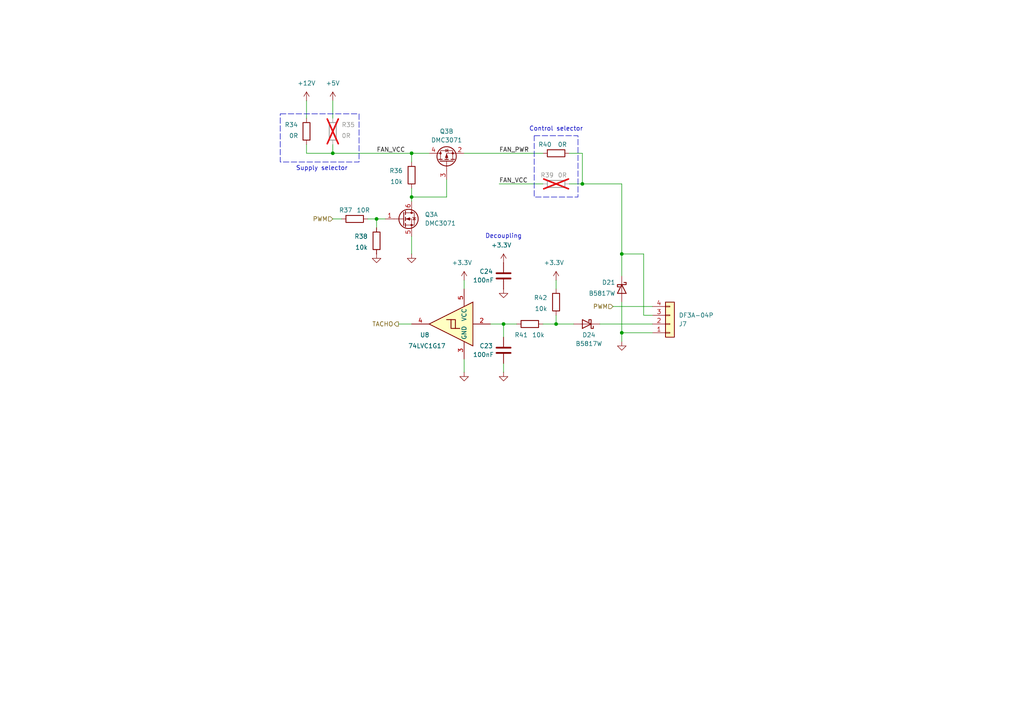
<source format=kicad_sch>
(kicad_sch (version 20231120) (generator "eeschema") (generator_version "8.0")
  (paper "A4")
  (title_block (title "Interface shield") (date "2024-06-04") (rev "${VERSION}") (company "TrendBit s.r.o.") (comment 1 "Designed by: Petr Malaník"))
  (lib_symbols
    (symbol "74xGxx:74AUC1G17"
      (property "Reference" "U" (at 0 3.81 0))
      (property "Value" "74AUC1G17" (at 0 -3.81 0))
      (symbol "74AUC1G17_0_1"
        (polyline (pts (xy -7.62 6.35) (xy -7.62 -6.35) (xy 5.08 0) (xy -7.62 6.35)) (stroke (width 0.254)) (fill (type background)))
        (polyline (pts (xy -3.81 -1.27) (xy -2.54 -1.27) (xy -2.54 1.27) (xy -1.27 1.27)) (stroke (width 0.254)) (fill (type background)))
        (polyline (pts (xy -2.54 -1.27) (xy -1.27 -1.27) (xy -1.27 1.27) (xy 0 1.27)) (stroke (width 0.254)) (fill (type background)))
      )
      (symbol "74AUC1G17_1_1"
        (pin no_connect line (at -7.62 5.08 180) (length 5.08) hide (name "NC") (number "1"))
        (pin input line (at -12.7 0 0) (length 5.08) (name "~") (number "2"))
        (pin power_in line (at -5.08 -10.16 90) (length 5.08) (name "GND") (number "3"))
        (pin output line (at 10.16 0 180) (length 5.08) (name "~") (number "4"))
        (pin power_in line (at -5.08 10.16 270) (length 5.08) (name "VCC") (number "5"))
      )
    )
    (symbol "Connector_Generic:Conn_01x04" (pin_names (offset 1.016) hide)
      (property "Reference" "J" (at 0 5.08 0))
      (property "Value" "Conn_01x04" (at 0 -7.62 0))
      (symbol "Conn_01x04_1_1"
        (rectangle (start -1.27 -4.953) (end 0 -5.207) (stroke (width 0.1524)))
        (rectangle (start -1.27 -2.413) (end 0 -2.667) (stroke (width 0.1524)))
        (rectangle (start -1.27 0.127) (end 0 -0.127) (stroke (width 0.1524)))
        (rectangle (start -1.27 2.667) (end 0 2.413) (stroke (width 0.1524)))
        (rectangle (start -1.27 3.81) (end 1.27 -6.35) (stroke (width 0.254)) (fill (type background)))
        (pin passive line (at -5.08 2.54 0) (length 3.81) (name "Pin_1") (number "1"))
        (pin passive line (at -5.08 0 0) (length 3.81) (name "Pin_2") (number "2"))
        (pin passive line (at -5.08 -2.54 0) (length 3.81) (name "Pin_3") (number "3"))
        (pin passive line (at -5.08 -5.08 0) (length 3.81) (name "Pin_4") (number "4"))
      )
    )
    (symbol "Device:C" (pin_numbers hide) (pin_names (offset 0.254))
      (property "Reference" "C" (at 0.635 2.54 0))
      (property "Value" "C" (at 0.635 -2.54 0))
      (symbol "C_0_1"
        (polyline (pts (xy -2.032 -0.762) (xy 2.032 -0.762)) (stroke (width 0.508)))
        (polyline (pts (xy -2.032 0.762) (xy 2.032 0.762)) (stroke (width 0.508)))
      )
      (symbol "C_1_1"
        (pin passive line (at 0 3.81 270) (length 2.794) (name "~") (number "1"))
        (pin passive line (at 0 -3.81 90) (length 2.794) (name "~") (number "2"))
      )
    )
    (symbol "Device:D_Schottky" (pin_numbers hide) (pin_names (offset 1.016) hide)
      (property "Reference" "D" (at 0 2.54 0))
      (property "Value" "D_Schottky" (at 0 -2.54 0))
      (symbol "D_Schottky_0_1"
        (polyline (pts (xy 1.27 0) (xy -1.27 0)))
        (polyline (pts (xy 1.27 1.27) (xy 1.27 -1.27) (xy -1.27 0) (xy 1.27 1.27)) (stroke (width 0.254)))
        (polyline (pts (xy -1.905 0.635) (xy -1.905 1.27) (xy -1.27 1.27) (xy -1.27 -1.27) (xy -0.635 -1.27) (xy -0.635 -0.635)) (stroke (width 0.254)))
      )
      (symbol "D_Schottky_1_1"
        (pin passive line (at -3.81 0 0) (length 2.54) (name "K") (number "1"))
        (pin passive line (at 3.81 0 180) (length 2.54) (name "A") (number "2"))
      )
    )
    (symbol "Device:R" (pin_numbers hide) (pin_names (offset 0))
      (property "Reference" "R" (at 2.032 0 90))
      (property "Value" "R" (at 0 0 90))
      (symbol "R_0_1"
        (rectangle (start -1.016 -2.54) (end 1.016 2.54) (stroke (width 0.254)))
      )
      (symbol "R_1_1"
        (pin passive line (at 0 3.81 270) (length 1.27) (name "~") (number "1"))
        (pin passive line (at 0 -3.81 90) (length 1.27) (name "~") (number "2"))
      )
    )
    (symbol "Transistor_FET:DMC3071LVT" (pin_names hide)
      (property "Reference" "Q" (at 2.54 1.905 0))
      (property "Value" "DMC3071LVT" (at 2.54 0 0))
      (symbol "DMC3071LVT_0_1"
        (circle (center -0.889 0) (radius 2.794) (stroke (width 0.254)))
        (circle (center 0 -1.778) (radius 0.254) (fill (type outline)))
        (polyline (pts (xy -2.286 0) (xy -5.08 0)))
        (polyline (pts (xy -2.286 1.905) (xy -2.286 -1.905)) (stroke (width 0.254)))
        (polyline (pts (xy -1.778 -1.27) (xy -1.778 -2.286)) (stroke (width 0.254)))
        (polyline (pts (xy -1.778 0.508) (xy -1.778 -0.508)) (stroke (width 0.254)))
        (polyline (pts (xy -1.778 2.286) (xy -1.778 1.27)) (stroke (width 0.254)))
        (polyline (pts (xy 0 2.54) (xy 0 1.778)))
        (polyline (pts (xy 0 -2.54) (xy 0 0) (xy -1.778 0)))
        (polyline (pts (xy -1.778 -1.778) (xy 0.762 -1.778) (xy 0.762 1.778) (xy -1.778 1.778)))
        (circle (center 0 1.778) (radius 0.254) (fill (type outline)))
      )
      (symbol "DMC3071LVT_1_1"
        (polyline (pts (xy -1.524 0) (xy -0.508 0.381) (xy -0.508 -0.381) (xy -1.524 0)) (fill (type outline)))
        (polyline (pts (xy 0.254 0.508) (xy 0.381 0.381) (xy 1.143 0.381) (xy 1.27 0.254)))
        (polyline (pts (xy 0.762 0.381) (xy 0.381 -0.254) (xy 1.143 -0.254) (xy 0.762 0.381)))
        (pin passive line (at -7.62 0 0) (length 2.54) (name "G") (number "1"))
        (pin passive line (at 0 -5.08 90) (length 2.54) (name "S") (number "5"))
        (pin passive line (at 0 5.08 270) (length 2.54) (name "D") (number "6"))
      )
      (symbol "DMC3071LVT_2_1"
        (polyline (pts (xy -0.254 0) (xy -1.27 0.381) (xy -1.27 -0.381) (xy -0.254 0)) (fill (type outline)))
        (polyline (pts (xy 0.254 -0.508) (xy 0.381 -0.381) (xy 1.143 -0.381) (xy 1.27 -0.254)))
        (polyline (pts (xy 0.762 -0.381) (xy 0.381 0.254) (xy 1.143 0.254) (xy 0.762 -0.381)))
        (pin passive line (at 0 -5.08 90) (length 2.54) (name "S") (number "2"))
        (pin passive line (at -7.62 0 0) (length 2.54) (name "G") (number "3"))
        (pin passive line (at 0 5.08 270) (length 2.54) (name "D") (number "4"))
      )
    )
    (symbol "power:+12V" (power) (pin_numbers hide) (pin_names (offset 0) hide)
      (property "Value" "+12V" (at 0 3.556 0))
      (symbol "+12V_0_1"
        (polyline (pts (xy -0.762 1.27) (xy 0 2.54)))
        (polyline (pts (xy 0 0) (xy 0 2.54)))
        (polyline (pts (xy 0 2.54) (xy 0.762 1.27)))
      )
      (symbol "+12V_1_1"
        (pin power_in line (at 0 0 90) (length 0) (name "~") (number "1"))
      )
    )
    (symbol "power:+3.3V" (power) (pin_numbers hide) (pin_names (offset 0) hide)
      (property "Value" "+3.3V" (at 0 3.556 0))
      (symbol "+3.3V_0_1"
        (polyline (pts (xy -0.762 1.27) (xy 0 2.54)))
        (polyline (pts (xy 0 0) (xy 0 2.54)))
        (polyline (pts (xy 0 2.54) (xy 0.762 1.27)))
      )
      (symbol "+3.3V_1_1"
        (pin power_in line (at 0 0 90) (length 0) (name "~") (number "1"))
      )
    )
    (symbol "power:+5V" (power) (pin_numbers hide) (pin_names (offset 0) hide)
      (property "Value" "+5V" (at 0 3.556 0))
      (symbol "+5V_0_1"
        (polyline (pts (xy -0.762 1.27) (xy 0 2.54)))
        (polyline (pts (xy 0 0) (xy 0 2.54)))
        (polyline (pts (xy 0 2.54) (xy 0.762 1.27)))
      )
      (symbol "+5V_1_1"
        (pin power_in line (at 0 0 90) (length 0) (name "~") (number "1"))
      )
    )
    (symbol "power:GND" (power) (pin_numbers hide) (pin_names (offset 0) hide)
      (property "Value" "GND" (at 0 -3.81 0))
      (symbol "GND_0_1"
        (polyline (pts (xy 0 0) (xy 0 -1.27) (xy 1.27 -1.27) (xy 0 -2.54) (xy -1.27 -1.27) (xy 0 -1.27)))
      )
      (symbol "GND_1_1"
        (pin power_in line (at 0 0 270) (length 0) (name "~") (number "1"))
      )
    )
  )
  (junction (at 109.22 63.5))
  (junction (at 119.38 57.15))
  (junction (at 168.91 53.34))
  (junction (at 180.34 73.66))
  (junction (at 96.52 44.45))
  (junction (at 161.29 93.98))
  (junction (at 119.38 44.45))
  (junction (at 146.05 93.98))
  (junction (at 180.34 96.52))
  (wire (pts (xy 119.38 46.99) (xy 119.38 44.45)))
  (wire (pts (xy 142.24 93.98) (xy 146.05 93.98)))
  (wire (pts (xy 165.1 53.34) (xy 168.91 53.34)))
  (wire (pts (xy 161.29 93.98) (xy 166.37 93.98)))
  (wire (pts (xy 165.1 44.45) (xy 168.91 44.45)))
  (wire (pts (xy 119.38 54.61) (xy 119.38 57.15)))
  (wire (pts (xy 129.54 52.07) (xy 129.54 57.15)))
  (wire (pts (xy 146.05 105.41) (xy 146.05 107.95)))
  (wire (pts (xy 186.69 73.66) (xy 186.69 91.44)))
  (wire (pts (xy 161.29 81.28) (xy 161.29 83.82)))
  (wire (pts (xy 180.34 73.66) (xy 180.34 80.01)))
  (wire (pts (xy 96.52 63.5) (xy 99.06 63.5)))
  (wire (pts (xy 115.57 93.98) (xy 119.38 93.98)))
  (wire (pts (xy 109.22 66.04) (xy 109.22 63.5)))
  (wire (pts (xy 119.38 68.58) (xy 119.38 73.66)))
  (wire (pts (xy 180.34 96.52) (xy 189.23 96.52)))
  (wire (pts (xy 88.9 44.45) (xy 88.9 41.91)))
  (wire (pts (xy 146.05 93.98) (xy 149.86 93.98)))
  (wire (pts (xy 96.52 29.21) (xy 96.52 34.29)))
  (wire (pts (xy 180.34 53.34) (xy 180.34 73.66)))
  (wire (pts (xy 134.62 104.14) (xy 134.62 107.95)))
  (wire (pts (xy 186.69 91.44) (xy 189.23 91.44)))
  (wire (pts (xy 146.05 93.98) (xy 146.05 97.79)))
  (wire (pts (xy 173.99 93.98) (xy 189.23 93.98)))
  (wire (pts (xy 168.91 53.34) (xy 180.34 53.34)))
  (wire (pts (xy 96.52 41.91) (xy 96.52 44.45)))
  (wire (pts (xy 134.62 44.45) (xy 157.48 44.45)))
  (wire (pts (xy 144.78 53.34) (xy 157.48 53.34)))
  (wire (pts (xy 177.8 88.9) (xy 189.23 88.9)))
  (wire (pts (xy 134.62 81.28) (xy 134.62 83.82)))
  (wire (pts (xy 119.38 44.45) (xy 124.46 44.45)))
  (wire (pts (xy 180.34 96.52) (xy 180.34 99.06)))
  (wire (pts (xy 119.38 57.15) (xy 129.54 57.15)))
  (wire (pts (xy 119.38 57.15) (xy 119.38 58.42)))
  (wire (pts (xy 109.22 63.5) (xy 111.76 63.5)))
  (wire (pts (xy 161.29 91.44) (xy 161.29 93.98)))
  (wire (pts (xy 96.52 44.45) (xy 88.9 44.45)))
  (wire (pts (xy 106.68 63.5) (xy 109.22 63.5)))
  (wire (pts (xy 96.52 44.45) (xy 119.38 44.45)))
  (wire (pts (xy 168.91 44.45) (xy 168.91 53.34)))
  (wire (pts (xy 180.34 87.63) (xy 180.34 96.52)))
  (wire (pts (xy 88.9 29.21) (xy 88.9 34.29)))
  (wire (pts (xy 180.34 73.66) (xy 186.69 73.66)))
  (wire (pts (xy 157.48 93.98) (xy 161.29 93.98)))
  (rectangle (start 154.94 39.37) (end 167.64 57.15) (stroke (width 0) (type dash)))
  (rectangle (start 81.28 33.02) (end 104.14 46.99) (stroke (width 0) (type dash)))
  (text "Decoupling" (at 146.05 68.58 0) (effects (font (size 1.27 1.27))))
  (text "Supply selector" (at 93.345 48.895 0) (effects (font (size 1.27 1.27))))
  (text "Control selector" (at 161.29 37.465 0) (effects (font (size 1.27 1.27))))
  (label "FAN_VCC" (at 109.22 44.45 0))
  (label "FAN_PWR" (at 144.78 44.45 0))
  (label "FAN_VCC" (at 144.78 53.34 0))
  (hierarchical_label "TACHO" (shape output) (at 115.57 93.98 180))
  (hierarchical_label "PWM" (shape input) (at 96.52 63.5 180))
  (hierarchical_label "PWM" (shape input) (at 177.8 88.9 180))
  (symbol (lib_id "power:GND") (at 119.38 73.66 0) (unit 1)
    (property "Reference" "#PWR0115" (effects (hide yes)))
    (property "Value" "GND" (effects (hide yes)))
    (property "Description" "Power symbol creates a global label with name \"GND\" , ground" (effects (hide yes)))
  )
  (symbol (lib_id "74xGxx:74AUC1G17") (at 129.54 93.98 0) (mirror y) (unit 1)
    (property "Reference" "U8" (at 123.19 97.155 0))
    (property "Value" "74LVC1G17" (at 123.825 100.33 0))
    (property "Footprint" "Package_TO_SOT_SMD:SOT-23-5" (effects (hide yes)))
    (property "Datasheet" "http://www.ti.com/lit/sg/scyt129e/scyt129e.pdf" (effects (hide yes)))
    (property "Description" "Single Schmitt Buffer Gate, Low-Voltage CMOS" (effects (hide yes)))
    (property "JLCPCB" "C7836" (effects (hide yes)))
    (property "MPN" "SN74LVC1G17DBVR" (effects (hide yes)))
    (property "LCSC" "C7836" (effects (hide yes)))
  )
  (symbol (lib_id "power:GND") (at 109.22 73.66 0) (unit 1)
    (property "Reference" "#PWR0116" (effects (hide yes)))
    (property "Value" "GND" (effects (hide yes)))
    (property "Description" "Power symbol creates a global label with name \"GND\" , ground" (effects (hide yes)))
  )
  (symbol (lib_id "Device:D_Schottky") (at 170.18 93.98 180) (unit 1)
    (property "Reference" "D24" (at 170.815 97.155 0))
    (property "Value" "B5817W" (at 170.815 99.695 0))
    (property "Footprint" "Diode_SMD:D_SOD-123" (effects (hide yes)))
    (property "Description" "Schottky diode" (effects (hide yes)))
    (property "LCSC" "C7420328" (effects (hide yes)))
    (property "MPN" "B5817W" (effects (hide yes)))
  )
  (symbol (lib_id "power:+3.3V") (at 161.29 81.28 0) (unit 1)
    (property "Reference" "#PWR0117" (effects (hide yes)))
    (property "Value" "+3.3V" (at 160.655 76.2 0))
    (property "Description" "Power symbol creates a global label with name \"+3.3V\"" (effects (hide yes)))
  )
  (symbol (lib_id "power:+5V") (at 96.52 29.21 0) (unit 1)
    (property "Reference" "#PWR08" (effects (hide yes)))
    (property "Value" "+5V" (at 96.52 24.13 0))
  )
  (symbol (lib_id "power:GND") (at 134.62 107.95 0) (unit 1)
    (property "Reference" "#PWR0120" (effects (hide yes)))
    (property "Value" "GND" (effects (hide yes)))
    (property "Description" "Power symbol creates a global label with name \"GND\" , ground" (effects (hide yes)))
  )
  (symbol (lib_id "Device:R") (at 119.38 50.8 180) (unit 1)
    (property "Reference" "R36" (at 116.84 49.53 0) (effects (justify left)))
    (property "Value" "10k" (at 116.84 52.705 0) (effects (justify left)))
    (property "Footprint" "Resistor_SMD:R_0603_1608Metric" (effects (hide yes)))
    (property "LCSC" "C25804" (effects (hide yes)))
  )
  (symbol (lib_id "Device:R") (at 102.87 63.5 90) (unit 1)
    (property "Reference" "R37" (at 102.235 60.96 90) (effects (justify left)))
    (property "Value" "10R" (at 107.315 60.96 90) (effects (justify left)))
    (property "Footprint" "Resistor_SMD:R_0603_1608Metric" (effects (hide yes)))
    (property "LCSC" "C23193" (effects (hide yes)))
  )
  (symbol (lib_id "power:+12V") (at 88.9 29.21 0) (unit 1)
    (property "Reference" "#PWR0113" (effects (hide yes)))
    (property "Value" "+12V" (at 88.9 24.13 0))
    (property "Description" "Power symbol creates a global label with name \"+12V\"" (effects (hide yes)))
  )
  (symbol (lib_id "Device:R") (at 161.29 87.63 180) (unit 1)
    (property "Reference" "R42" (at 158.75 86.36 0) (effects (justify left)))
    (property "Value" "10k" (at 158.75 89.535 0) (effects (justify left)))
    (property "Footprint" "Resistor_SMD:R_0603_1608Metric" (effects (hide yes)))
    (property "LCSC" "C25804" (effects (hide yes)))
  )
  (symbol (lib_id "power:+3.3V") (at 146.05 76.2 0) (unit 1)
    (property "Reference" "#PWR0122" (effects (hide yes)))
    (property "Value" "+3.3V" (at 145.415 71.12 0))
    (property "Description" "Power symbol creates a global label with name \"+3.3V\"" (effects (hide yes)))
  )
  (symbol (lib_id "power:+3.3V") (at 134.62 81.28 0) (unit 1)
    (property "Reference" "#PWR0121" (effects (hide yes)))
    (property "Value" "+3.3V" (at 133.985 76.2 0))
    (property "Description" "Power symbol creates a global label with name \"+3.3V\"" (effects (hide yes)))
  )
  (symbol (lib_id "Device:D_Schottky") (at 180.34 83.82 270) (unit 1)
    (property "Reference" "D21" (at 176.53 81.915 90))
    (property "Value" "B5817W" (at 174.625 85.09 90))
    (property "Footprint" "Diode_SMD:D_SOD-123" (effects (hide yes)))
    (property "Description" "Schottky diode" (effects (hide yes)))
    (property "LCSC" "C7420328" (effects (hide yes)))
    (property "MPN" "B5817W" (effects (hide yes)))
  )
  (symbol (lib_id "Device:R") (at 96.52 38.1 0) (unit 1) (in_bom no) (dnp yes)
    (property "Reference" "R35" (at 99.06 36.195 0) (effects (justify left)))
    (property "Value" "0R" (at 99.06 39.37 0) (effects (justify left)))
    (property "Footprint" "Resistor_SMD:R_0603_1608Metric" (effects (hide yes)))
    (property "LCSC" "C21189" (effects (hide yes)))
  )
  (symbol (lib_id "Device:R") (at 109.22 69.85 180) (unit 1)
    (property "Reference" "R38" (at 106.68 68.58 0) (effects (justify left)))
    (property "Value" "10k" (at 106.68 71.755 0) (effects (justify left)))
    (property "Footprint" "Resistor_SMD:R_0603_1608Metric" (effects (hide yes)))
    (property "LCSC" "C25804" (effects (hide yes)))
  )
  (symbol (lib_id "Transistor_FET:DMC3071LVT") (at 119.38 63.5 0) (unit 1)
    (property "Reference" "Q3" (at 123.19 62.2299 0) (effects (justify left)))
    (property "Value" "DMC3071" (at 123.19 64.7699 0) (effects (justify left)))
    (property "Footprint" "Package_TO_SOT_SMD:TSOT-23-6" (effects (hide yes)))
    (property "Datasheet" "https://www.diodes.com/assets/Datasheets/DMC3071LVT.pdf" (effects (hide yes)))
    (property "Description" "3.4A/-2.7A Id, 30V Vds, Complementary pair enhancement mode P-Channel and N-Channel MOSFET, TSOT-23-6" (effects (hide yes)))
    (property "LCSC" "C460972" (effects (hide yes)))
    (property "MPN" "DMC3071LVT-7" (effects (hide yes)))
  )
  (symbol (lib_id "Device:R") (at 161.29 44.45 90) (unit 1)
    (property "Reference" "R40" (at 160.02 41.91 90) (effects (justify left)))
    (property "Value" "0R" (at 164.465 41.91 90) (effects (justify left)))
    (property "Footprint" "Resistor_SMD:R_0603_1608Metric" (effects (hide yes)))
    (property "LCSC" "C21189" (effects (hide yes)))
  )
  (symbol (lib_id "Transistor_FET:DMC3071LVT") (at 129.54 44.45 90) (unit 2)
    (property "Reference" "Q3" (at 129.54 38.1 90))
    (property "Value" "DMC3071" (at 129.54 40.64 90))
    (property "Footprint" "Package_TO_SOT_SMD:TSOT-23-6" (effects (hide yes)))
    (property "Datasheet" "https://www.diodes.com/assets/Datasheets/DMC3071LVT.pdf" (effects (hide yes)))
    (property "Description" "3.4A/-2.7A Id, 30V Vds, Complementary pair enhancement mode P-Channel and N-Channel MOSFET, TSOT-23-6" (effects (hide yes)))
    (property "LCSC" "C460972" (effects (hide yes)))
    (property "MPN" "DMC3071LVT-7" (effects (hide yes)))
  )
  (symbol (lib_id "Device:R") (at 161.29 53.34 90) (unit 1) (in_bom no) (dnp yes)
    (property "Reference" "R39" (at 160.655 50.8 90) (effects (justify left)))
    (property "Value" "0R" (at 164.465 50.8 90) (effects (justify left)))
    (property "Footprint" "Resistor_SMD:R_0603_1608Metric" (effects (hide yes)))
    (property "LCSC" "C21189" (effects (hide yes)))
  )
  (symbol (lib_id "Connector_Generic:Conn_01x04") (at 194.31 93.98 0) (mirror x) (unit 1)
    (property "Reference" "J7" (at 196.85 93.9801 0) (effects (justify left)))
    (property "Value" "DF3A-04P" (at 196.85 91.4401 0) (effects (justify left)))
    (property "Footprint" "TCY_connectors:Hirose_DF3A-04P-2DS_1x04_P2.00mm_Horizontal" (effects (hide yes)))
    (property "Description" "Generic connector, single row, 01x04, script generated (kicad-library-utils/schlib/autogen/connector/)" (effects (hide yes)))
    (property "Mouser" "https://cz.mouser.com/ProductDetail/Hirose-Connector/DF3A-4P-2DS?qs=Ux3WWAnHpjDA%252BnfU2HlQYA%3D%3D" (effects (hide yes)))
    (property "MPN" "DF3A-4P-2DS" (effects (hide yes)))
  )
  (symbol (lib_id "Device:R") (at 153.67 93.98 270) (unit 1)
    (property "Reference" "R41" (at 149.225 97.155 90) (effects (justify left)))
    (property "Value" "10k" (at 154.305 97.155 90) (effects (justify left)))
    (property "Footprint" "Resistor_SMD:R_0603_1608Metric" (effects (hide yes)))
    (property "LCSC" "C25804" (effects (hide yes)))
  )
  (symbol (lib_id "Device:C") (at 146.05 101.6 0) (unit 1)
    (property "Reference" "C23" (at 139.065 100.33 0) (effects (justify left)))
    (property "Value" "100nF" (at 137.16 102.87 0) (effects (justify left)))
    (property "Footprint" "Capacitor_SMD:C_0603_1608Metric" (effects (hide yes)))
    (property "Description" "Unpolarized capacitor" (effects (hide yes)))
    (property "LCSC" "C14663" (effects (hide yes)))
  )
  (symbol (lib_id "power:GND") (at 146.05 83.82 0) (unit 1)
    (property "Reference" "#PWR0123" (effects (hide yes)))
    (property "Value" "GND" (effects (hide yes)))
    (property "Description" "Power symbol creates a global label with name \"GND\" , ground" (effects (hide yes)))
  )
  (symbol (lib_id "power:GND") (at 146.05 107.95 0) (unit 1)
    (property "Reference" "#PWR0119" (effects (hide yes)))
    (property "Value" "GND" (effects (hide yes)))
    (property "Description" "Power symbol creates a global label with name \"GND\" , ground" (effects (hide yes)))
  )
  (symbol (lib_id "Device:R") (at 88.9 38.1 0) (unit 1)
    (property "Reference" "R34" (at 82.55 36.195 0) (effects (justify left)))
    (property "Value" "0R" (at 83.82 39.37 0) (effects (justify left)))
    (property "Footprint" "Resistor_SMD:R_0603_1608Metric" (effects (hide yes)))
    (property "LCSC" "C21189" (effects (hide yes)))
  )
  (symbol (lib_id "power:GND") (at 180.34 99.06 0) (unit 1)
    (property "Reference" "#PWR0114" (effects (hide yes)))
    (property "Value" "GND" (effects (hide yes)))
    (property "Description" "Power symbol creates a global label with name \"GND\" , ground" (effects (hide yes)))
  )
  (symbol (lib_id "Device:C") (at 146.05 80.01 0) (unit 1)
    (property "Reference" "C24" (at 139.065 78.74 0) (effects (justify left)))
    (property "Value" "100nF" (at 137.16 81.28 0) (effects (justify left)))
    (property "Footprint" "Capacitor_SMD:C_0603_1608Metric" (effects (hide yes)))
    (property "Description" "Unpolarized capacitor" (effects (hide yes)))
    (property "LCSC" "C14663" (effects (hide yes)))
  )
)
</source>
